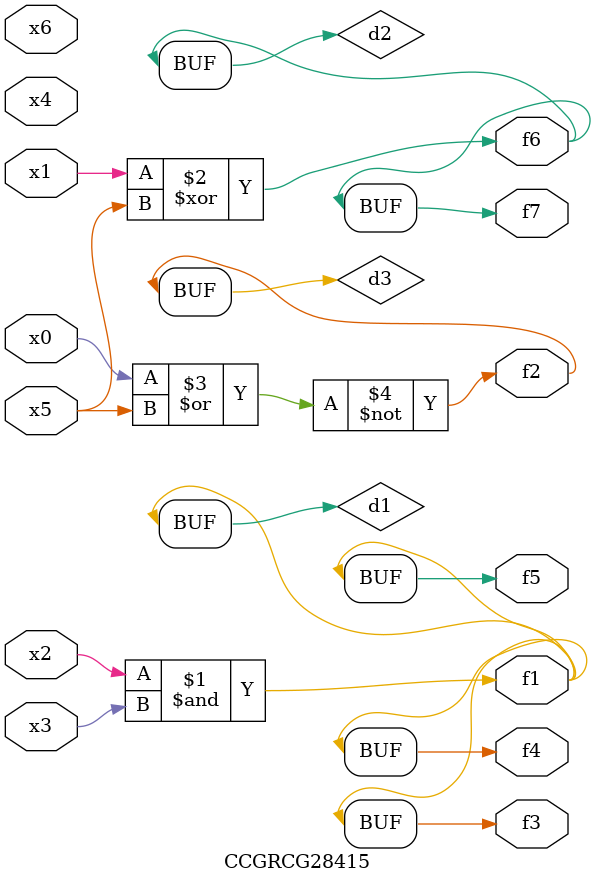
<source format=v>
module CCGRCG28415(
	input x0, x1, x2, x3, x4, x5, x6,
	output f1, f2, f3, f4, f5, f6, f7
);

	wire d1, d2, d3;

	and (d1, x2, x3);
	xor (d2, x1, x5);
	nor (d3, x0, x5);
	assign f1 = d1;
	assign f2 = d3;
	assign f3 = d1;
	assign f4 = d1;
	assign f5 = d1;
	assign f6 = d2;
	assign f7 = d2;
endmodule

</source>
